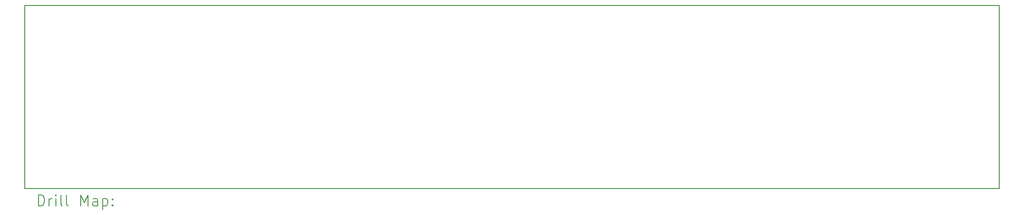
<source format=gbr>
%FSLAX45Y45*%
G04 Gerber Fmt 4.5, Leading zero omitted, Abs format (unit mm)*
G04 Created by KiCad (PCBNEW (6.0.1)) date 2022-07-08 14:05:00*
%MOMM*%
%LPD*%
G01*
G04 APERTURE LIST*
%TA.AperFunction,Profile*%
%ADD10C,0.150000*%
%TD*%
%ADD11C,0.200000*%
G04 APERTURE END LIST*
D10*
X23100000Y-5400000D02*
X5100000Y-5400000D01*
X23100000Y-5400000D02*
X23100000Y-8800000D01*
X5100000Y-8800000D02*
X23100000Y-8800000D01*
X5100000Y-5400000D02*
X5100000Y-8800000D01*
D11*
X5350119Y-9117976D02*
X5350119Y-8917976D01*
X5397738Y-8917976D01*
X5426310Y-8927500D01*
X5445357Y-8946548D01*
X5454881Y-8965595D01*
X5464405Y-9003690D01*
X5464405Y-9032262D01*
X5454881Y-9070357D01*
X5445357Y-9089405D01*
X5426310Y-9108452D01*
X5397738Y-9117976D01*
X5350119Y-9117976D01*
X5550119Y-9117976D02*
X5550119Y-8984643D01*
X5550119Y-9022738D02*
X5559643Y-9003690D01*
X5569167Y-8994167D01*
X5588214Y-8984643D01*
X5607262Y-8984643D01*
X5673928Y-9117976D02*
X5673928Y-8984643D01*
X5673928Y-8917976D02*
X5664405Y-8927500D01*
X5673928Y-8937024D01*
X5683452Y-8927500D01*
X5673928Y-8917976D01*
X5673928Y-8937024D01*
X5797738Y-9117976D02*
X5778690Y-9108452D01*
X5769167Y-9089405D01*
X5769167Y-8917976D01*
X5902500Y-9117976D02*
X5883452Y-9108452D01*
X5873928Y-9089405D01*
X5873928Y-8917976D01*
X6131071Y-9117976D02*
X6131071Y-8917976D01*
X6197738Y-9060833D01*
X6264405Y-8917976D01*
X6264405Y-9117976D01*
X6445357Y-9117976D02*
X6445357Y-9013214D01*
X6435833Y-8994167D01*
X6416786Y-8984643D01*
X6378690Y-8984643D01*
X6359643Y-8994167D01*
X6445357Y-9108452D02*
X6426309Y-9117976D01*
X6378690Y-9117976D01*
X6359643Y-9108452D01*
X6350119Y-9089405D01*
X6350119Y-9070357D01*
X6359643Y-9051310D01*
X6378690Y-9041786D01*
X6426309Y-9041786D01*
X6445357Y-9032262D01*
X6540595Y-8984643D02*
X6540595Y-9184643D01*
X6540595Y-8994167D02*
X6559643Y-8984643D01*
X6597738Y-8984643D01*
X6616786Y-8994167D01*
X6626309Y-9003690D01*
X6635833Y-9022738D01*
X6635833Y-9079881D01*
X6626309Y-9098929D01*
X6616786Y-9108452D01*
X6597738Y-9117976D01*
X6559643Y-9117976D01*
X6540595Y-9108452D01*
X6721548Y-9098929D02*
X6731071Y-9108452D01*
X6721548Y-9117976D01*
X6712024Y-9108452D01*
X6721548Y-9098929D01*
X6721548Y-9117976D01*
X6721548Y-8994167D02*
X6731071Y-9003690D01*
X6721548Y-9013214D01*
X6712024Y-9003690D01*
X6721548Y-8994167D01*
X6721548Y-9013214D01*
M02*

</source>
